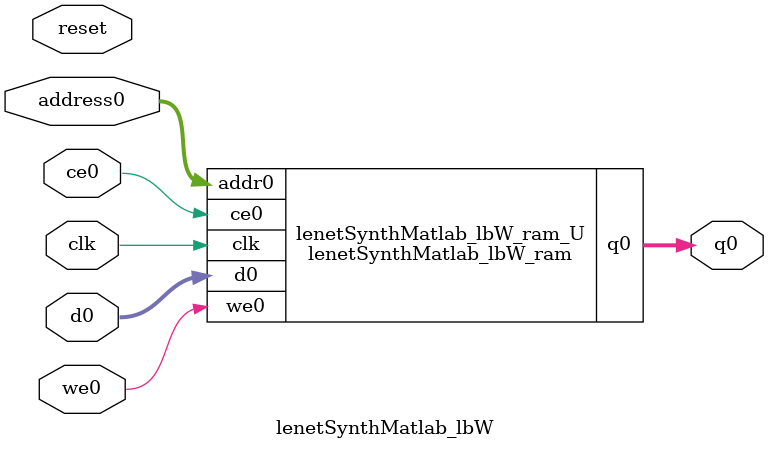
<source format=v>

`timescale 1 ns / 1 ps
module lenetSynthMatlab_lbW_ram (addr0, ce0, d0, we0, q0,  clk);

parameter DWIDTH = 32;
parameter AWIDTH = 5;
parameter MEM_SIZE = 30;

input[AWIDTH-1:0] addr0;
input ce0;
input[DWIDTH-1:0] d0;
input we0;
output reg[DWIDTH-1:0] q0;
input clk;

(* ram_style = "distributed" *)reg [DWIDTH-1:0] ram[0:MEM_SIZE-1];




always @(posedge clk)  
begin 
    if (ce0) 
    begin
        if (we0) 
        begin 
            ram[addr0] <= d0; 
            q0 <= d0;
        end 
        else 
            q0 <= ram[addr0];
    end
end


endmodule


`timescale 1 ns / 1 ps
module lenetSynthMatlab_lbW(
    reset,
    clk,
    address0,
    ce0,
    we0,
    d0,
    q0);

parameter DataWidth = 32'd32;
parameter AddressRange = 32'd30;
parameter AddressWidth = 32'd5;
input reset;
input clk;
input[AddressWidth - 1:0] address0;
input ce0;
input we0;
input[DataWidth - 1:0] d0;
output[DataWidth - 1:0] q0;



lenetSynthMatlab_lbW_ram lenetSynthMatlab_lbW_ram_U(
    .clk( clk ),
    .addr0( address0 ),
    .ce0( ce0 ),
    .we0( we0 ),
    .d0( d0 ),
    .q0( q0 ));

endmodule


</source>
